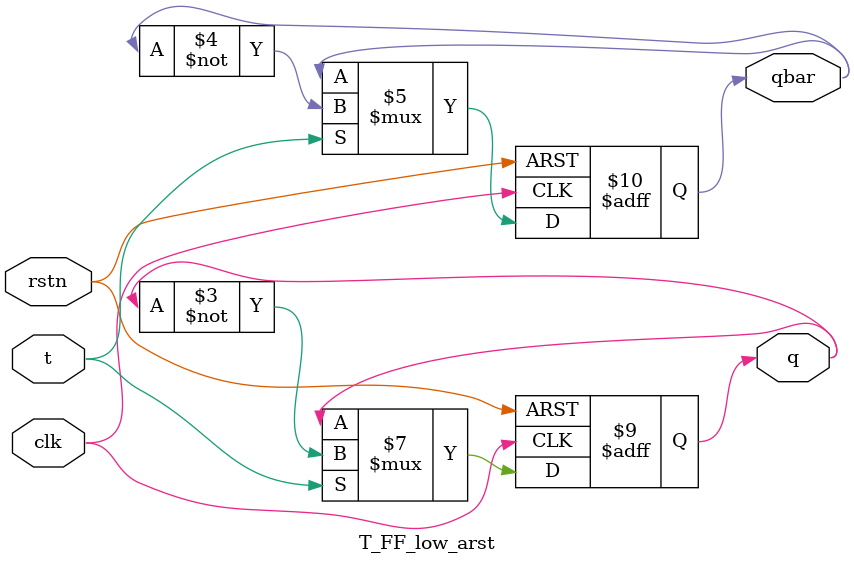
<source format=v>
module T_FF_low_arst (input t,rstn,clk, output reg q,qbar);
always @(posedge clk or negedge rstn) begin
    if (!rstn) begin
        q <= 1'b0;
        qbar <= 1'b1;
    end 
    else if (t) begin
            q <= ~q;
            qbar <= ~qbar;
        end
end
endmodule


</source>
